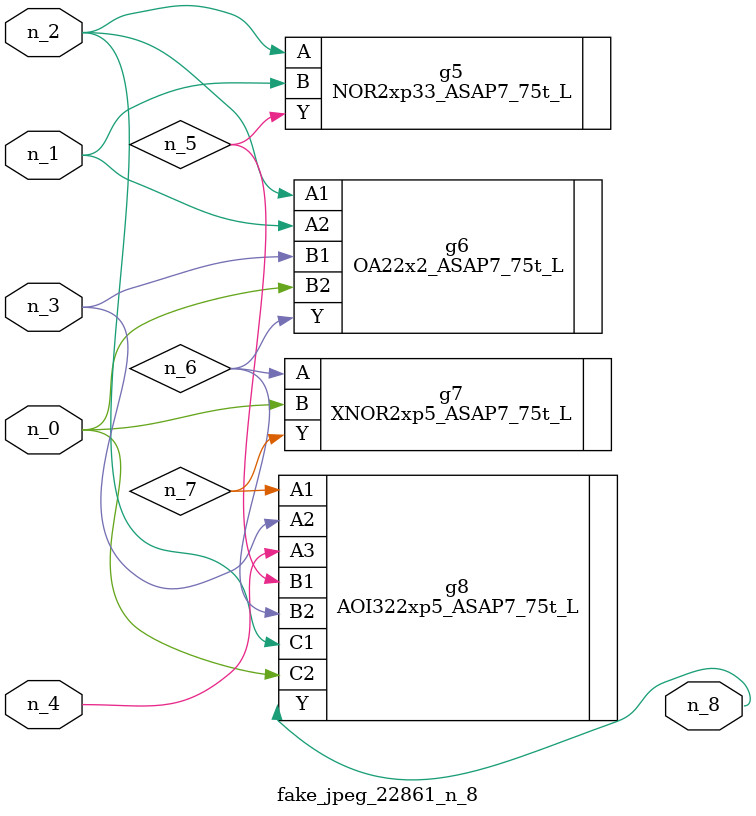
<source format=v>
module fake_jpeg_22861_n_8 (n_3, n_2, n_1, n_0, n_4, n_8);

input n_3;
input n_2;
input n_1;
input n_0;
input n_4;

output n_8;

wire n_6;
wire n_5;
wire n_7;

NOR2xp33_ASAP7_75t_L g5 ( 
.A(n_2),
.B(n_1),
.Y(n_5)
);

OA22x2_ASAP7_75t_L g6 ( 
.A1(n_2),
.A2(n_1),
.B1(n_3),
.B2(n_0),
.Y(n_6)
);

XNOR2xp5_ASAP7_75t_L g7 ( 
.A(n_6),
.B(n_0),
.Y(n_7)
);

AOI322xp5_ASAP7_75t_L g8 ( 
.A1(n_7),
.A2(n_3),
.A3(n_4),
.B1(n_5),
.B2(n_6),
.C1(n_2),
.C2(n_0),
.Y(n_8)
);


endmodule
</source>
